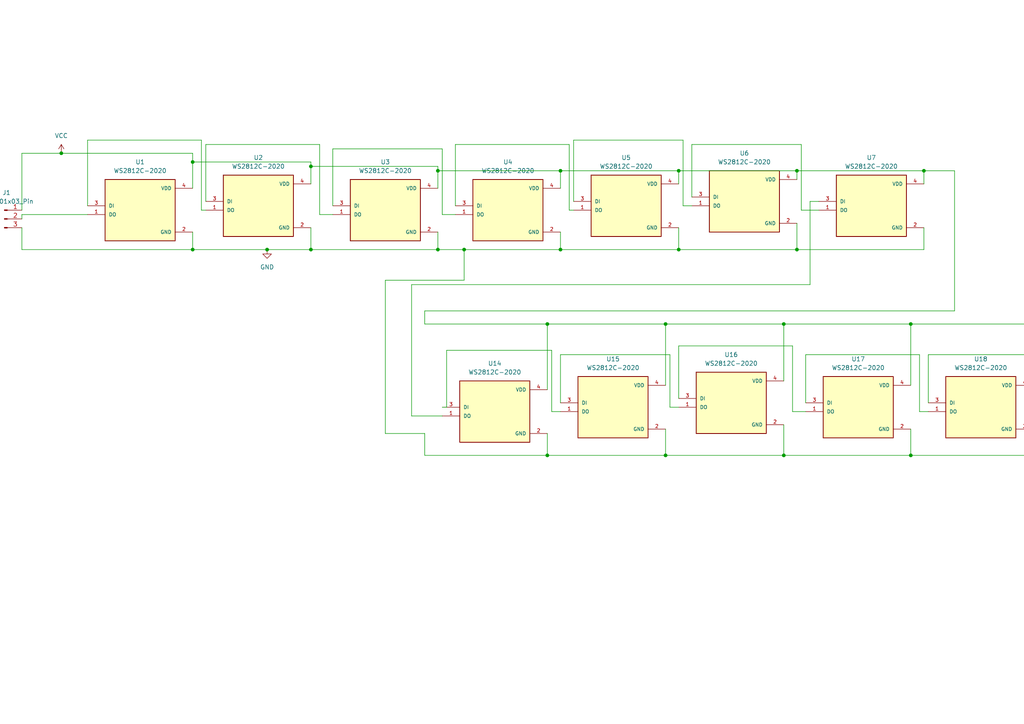
<source format=kicad_sch>
(kicad_sch (version 20250114) (generator "eeschema") (generator_version "9.0")
  (paper "A4")
  (lib_symbols
    (symbol "Connector:Conn_01x03_Pin" (pin_names (offset 1.016) (hide yes))
      (property "Reference" "J" (at 0 5.08 0))
      (property "Value" "Conn_01x03_Pin" (at 0 -5.08 0))
      (symbol "Conn_01x03_Pin_1_1"
        (rectangle (start 0.8636 2.667) (end 0 2.413) (stroke (width 0.1524)) (fill (type outline)))
        (rectangle (start 0.8636 0.127) (end 0 -0.127) (stroke (width 0.1524)) (fill (type outline)))
        (rectangle (start 0.8636 -2.413) (end 0 -2.667) (stroke (width 0.1524)) (fill (type outline)))
        (polyline (pts (xy 1.27 2.54) (xy 0.8636 2.54)) (stroke (width 0.1524)))
        (polyline (pts (xy 1.27 0) (xy 0.8636 0)) (stroke (width 0.1524)))
        (polyline (pts (xy 1.27 -2.54) (xy 0.8636 -2.54)) (stroke (width 0.1524)))
        (pin passive line (at 5.08 2.54 180) (length 3.81) (name "Pin_1") (number "1"))
        (pin passive line (at 5.08 0 180) (length 3.81) (name "Pin_2") (number "2"))
        (pin passive line (at 5.08 -2.54 180) (length 3.81) (name "Pin_3") (number "3"))
      )
    )
    (symbol "power:GND" (power) (pin_numbers (hide yes)) (pin_names (offset 0) (hide yes))
      (property "Value" "GND" (at 0 -3.81 0))
      (symbol "GND_0_1"
        (polyline (pts (xy 0 0) (xy 0 -1.27) (xy 1.27 -1.27) (xy 0 -2.54) (xy -1.27 -1.27) (xy 0 -1.27)))
      )
      (symbol "GND_1_1"
        (pin power_in line (at 0 0 270) (length 0) (name "~") (number "1"))
      )
    )
    (symbol "power:VCC" (power) (pin_numbers (hide yes)) (pin_names (offset 0) (hide yes))
      (property "Value" "VCC" (at 0 3.556 0))
      (symbol "VCC_0_1"
        (polyline (pts (xy -0.762 1.27) (xy 0 2.54)))
        (polyline (pts (xy 0 2.54) (xy 0.762 1.27)))
        (polyline (pts (xy 0 0) (xy 0 2.54)))
      )
      (symbol "VCC_1_1"
        (pin power_in line (at 0 0 90) (length 0) (name "~") (number "1"))
      )
    )
    (symbol "ws2812c:WS2812C-2020" (pin_names (offset 1.016))
      (property "Reference" "U" (at -10.16 8.382 0))
      (property "Value" "WS2812C-2020" (at -10.16 -12.7 0))
      (symbol "WS2812C-2020_0_0"
        (rectangle (start -10.16 -10.16) (end 10.16 7.62) (stroke (width 0.254)) (fill (type background)))
        (pin input line (at -15.24 0 0) (length 5.08) (name "DI") (number "3"))
        (pin output line (at -15.24 -2.54 0) (length 5.08) (name "DO") (number "1"))
        (pin power_in line (at 15.24 5.08 180) (length 5.08) (name "VDD") (number "4"))
        (pin power_in line (at 15.24 -7.62 180) (length 5.08) (name "GND") (number "2"))
      )
    )
  )
  (junction (at 158.75 93.98))
  (junction (at 370.84 110.49))
  (junction (at 158.75 132.08))
  (junction (at 227.33 132.08))
  (junction (at 231.14 49.53))
  (junction (at 127 72.39))
  (junction (at 77.47 72.39))
  (junction (at 196.85 49.53))
  (junction (at 193.04 93.98))
  (junction (at 231.14 72.39))
  (junction (at 55.88 46.99))
  (junction (at 335.28 132.08))
  (junction (at 227.33 93.98))
  (junction (at 264.16 132.08))
  (junction (at 162.56 72.39))
  (junction (at 127 49.53))
  (junction (at 299.72 132.08))
  (junction (at 335.28 93.98))
  (junction (at 193.04 132.08))
  (junction (at 90.17 48.26))
  (junction (at 162.56 49.53))
  (junction (at 55.88 72.39))
  (junction (at 196.85 72.39))
  (junction (at 370.84 132.08))
  (junction (at 370.84 93.98))
  (junction (at 17.78 44.45))
  (junction (at 90.17 72.39))
  (junction (at 267.97 49.53))
  (junction (at 134.62 72.39))
  (junction (at 299.72 93.98))
  (junction (at 264.16 93.98))
  (wire (pts (xy 336.55 100.33) (xy 340.36 100.33)))
  (wire (pts (xy 158.75 93.98) (xy 158.75 113.03)))
  (wire (pts (xy 58.42 60.96) (xy 58.42 40.64)))
  (wire (pts (xy 276.86 49.53) (xy 276.86 90.17)))
  (wire (pts (xy 96.52 43.18) (xy 96.52 59.69)))
  (wire (pts (xy 6.35 44.45) (xy 17.78 44.45)))
  (wire (pts (xy 200.66 41.91) (xy 200.66 57.15)))
  (wire (pts (xy 196.85 72.39) (xy 231.14 72.39)))
  (wire (pts (xy 90.17 48.26) (xy 90.17 53.34)))
  (wire (pts (xy 128.27 62.23) (xy 128.27 43.18)))
  (wire (pts (xy 340.36 100.33) (xy 340.36 99.06)))
  (wire (pts (xy 193.04 132.08) (xy 227.33 132.08)))
  (wire (pts (xy 132.08 62.23) (xy 128.27 62.23)))
  (wire (pts (xy 111.76 125.73) (xy 123.19 125.73)))
  (wire (pts (xy 335.28 123.19) (xy 335.28 132.08)))
  (wire (pts (xy 384.81 93.98) (xy 370.84 93.98)))
  (wire (pts (xy 227.33 132.08) (xy 264.16 132.08)))
  (wire (pts (xy 162.56 67.31) (xy 162.56 72.39)))
  (wire (pts (xy 231.14 72.39) (xy 267.97 72.39)))
  (wire (pts (xy 196.85 49.53) (xy 196.85 53.34)))
  (wire (pts (xy 370.84 123.19) (xy 370.84 132.08)))
  (wire (pts (xy 111.76 81.28) (xy 111.76 125.73)))
  (wire (pts (xy 194.31 102.87) (xy 162.56 102.87)))
  (wire (pts (xy 370.84 110.49) (xy 391.16 110.49)))
  (wire (pts (xy 17.78 44.45) (xy 55.88 44.45)))
  (wire (pts (xy 55.88 46.99) (xy 90.17 46.99)))
  (wire (pts (xy 194.31 118.11) (xy 194.31 102.87)))
  (wire (pts (xy 127 67.31) (xy 127 72.39)))
  (wire (pts (xy 264.16 93.98) (xy 227.33 93.98)))
  (wire (pts (xy 229.87 100.33) (xy 196.85 100.33)))
  (wire (pts (xy 129.54 118.11) (xy 129.54 101.6)))
  (wire (pts (xy 198.12 59.69) (xy 198.12 40.64)))
  (wire (pts (xy 90.17 66.04) (xy 90.17 72.39)))
  (wire (pts (xy 299.72 132.08) (xy 335.28 132.08)))
  (wire (pts (xy 370.84 93.98) (xy 370.84 110.49)))
  (wire (pts (xy 162.56 49.53) (xy 196.85 49.53)))
  (wire (pts (xy 198.12 40.64) (xy 166.37 40.64)))
  (wire (pts (xy 158.75 93.98) (xy 123.19 93.98)))
  (wire (pts (xy 227.33 93.98) (xy 227.33 110.49)))
  (wire (pts (xy 96.52 62.23) (xy 92.71 62.23)))
  (wire (pts (xy 127 48.26) (xy 127 49.53)))
  (wire (pts (xy 128.27 43.18) (xy 96.52 43.18)))
  (wire (pts (xy 193.04 93.98) (xy 193.04 111.76)))
  (wire (pts (xy 129.54 101.6) (xy 160.02 101.6)))
  (wire (pts (xy 304.8 99.06) (xy 304.8 115.57)))
  (wire (pts (xy 162.56 72.39) (xy 196.85 72.39)))
  (wire (pts (xy 231.14 49.53) (xy 267.97 49.53)))
  (wire (pts (xy 304.8 118.11) (xy 300.99 118.11)))
  (wire (pts (xy 90.17 46.99) (xy 90.17 48.26)))
  (wire (pts (xy 59.69 41.91) (xy 59.69 58.42)))
  (wire (pts (xy 119.38 120.65) (xy 119.38 82.55)))
  (wire (pts (xy 337.82 101.6) (xy 381 101.6)))
  (wire (pts (xy 267.97 49.53) (xy 267.97 53.34)))
  (wire (pts (xy 90.17 72.39) (xy 127 72.39)))
  (wire (pts (xy 165.1 60.96) (xy 165.1 41.91)))
  (wire (pts (xy 264.16 93.98) (xy 264.16 111.76)))
  (wire (pts (xy 227.33 123.19) (xy 227.33 132.08)))
  (wire (pts (xy 335.28 93.98) (xy 335.28 110.49)))
  (wire (pts (xy 129.54 118.11) (xy 128.27 118.11)))
  (wire (pts (xy 196.85 100.33) (xy 196.85 115.57)))
  (wire (pts (xy 165.1 41.91) (xy 132.08 41.91)))
  (wire (pts (xy 58.42 40.64) (xy 25.4 40.64)))
  (wire (pts (xy 267.97 66.04) (xy 267.97 72.39)))
  (wire (pts (xy 266.7 119.38) (xy 266.7 102.87)))
  (wire (pts (xy 55.88 46.99) (xy 55.88 54.61)))
  (wire (pts (xy 381 101.6) (xy 381 116.84)))
  (wire (pts (xy 267.97 49.53) (xy 276.86 49.53)))
  (wire (pts (xy 229.87 119.38) (xy 229.87 100.33)))
  (wire (pts (xy 231.14 64.77) (xy 231.14 72.39)))
  (wire (pts (xy 127 49.53) (xy 127 54.61)))
  (wire (pts (xy 269.24 119.38) (xy 266.7 119.38)))
  (wire (pts (xy 123.19 125.73) (xy 123.19 132.08)))
  (wire (pts (xy 196.85 118.11) (xy 194.31 118.11)))
  (wire (pts (xy 266.7 102.87) (xy 233.68 102.87)))
  (wire (pts (xy 123.19 90.17) (xy 123.19 93.98)))
  (wire (pts (xy 193.04 124.46) (xy 193.04 132.08)))
  (wire (pts (xy 166.37 60.96) (xy 165.1 60.96)))
  (wire (pts (xy 193.04 93.98) (xy 158.75 93.98)))
  (wire (pts (xy 6.35 62.23) (xy 25.4 62.23)))
  (wire (pts (xy 127 72.39) (xy 134.62 72.39)))
  (wire (pts (xy 134.62 72.39) (xy 162.56 72.39)))
  (wire (pts (xy 166.37 40.64) (xy 166.37 58.42)))
  (wire (pts (xy 340.36 118.11) (xy 336.55 118.11)))
  (wire (pts (xy 6.35 66.04) (xy 6.35 72.39)))
  (wire (pts (xy 198.12 59.69) (xy 200.66 59.69)))
  (wire (pts (xy 391.16 110.49) (xy 391.16 114.3)))
  (wire (pts (xy 299.72 93.98) (xy 264.16 93.98)))
  (wire (pts (xy 196.85 66.04) (xy 196.85 72.39)))
  (wire (pts (xy 232.41 41.91) (xy 200.66 41.91)))
  (wire (pts (xy 123.19 132.08) (xy 158.75 132.08)))
  (wire (pts (xy 119.38 82.55) (xy 234.95 82.55)))
  (wire (pts (xy 237.49 60.96) (xy 232.41 60.96)))
  (wire (pts (xy 269.24 102.87) (xy 269.24 116.84)))
  (wire (pts (xy 337.82 101.6) (xy 337.82 115.57)))
  (wire (pts (xy 134.62 72.39) (xy 134.62 81.28)))
  (wire (pts (xy 335.28 93.98) (xy 299.72 93.98)))
  (wire (pts (xy 90.17 48.26) (xy 127 48.26)))
  (wire (pts (xy 299.72 124.46) (xy 299.72 132.08)))
  (wire (pts (xy 264.16 132.08) (xy 299.72 132.08)))
  (wire (pts (xy 391.16 119.38) (xy 391.16 132.08)))
  (wire (pts (xy 162.56 119.38) (xy 160.02 119.38)))
  (wire (pts (xy 6.35 72.39) (xy 55.88 72.39)))
  (wire (pts (xy 158.75 125.73) (xy 158.75 132.08)))
  (wire (pts (xy 132.08 41.91) (xy 132.08 59.69)))
  (wire (pts (xy 336.55 118.11) (xy 336.55 100.33)))
  (wire (pts (xy 264.16 124.46) (xy 264.16 132.08)))
  (wire (pts (xy 127 49.53) (xy 162.56 49.53)))
  (wire (pts (xy 128.27 120.65) (xy 119.38 120.65)))
  (wire (pts (xy 25.4 40.64) (xy 25.4 59.69)))
  (wire (pts (xy 162.56 102.87) (xy 162.56 116.84)))
  (wire (pts (xy 337.82 115.57) (xy 340.36 115.57)))
  (wire (pts (xy 55.88 44.45) (xy 55.88 46.99)))
  (wire (pts (xy 77.47 72.39) (xy 90.17 72.39)))
  (wire (pts (xy 55.88 67.31) (xy 55.88 72.39)))
  (wire (pts (xy 300.99 118.11) (xy 300.99 102.87)))
  (wire (pts (xy 162.56 49.53) (xy 162.56 54.61)))
  (wire (pts (xy 227.33 93.98) (xy 193.04 93.98)))
  (wire (pts (xy 335.28 132.08) (xy 370.84 132.08)))
  (wire (pts (xy 6.35 60.96) (xy 6.35 44.45)))
  (wire (pts (xy 6.35 62.23) (xy 6.35 63.5)))
  (wire (pts (xy 370.84 132.08) (xy 391.16 132.08)))
  (wire (pts (xy 300.99 102.87) (xy 269.24 102.87)))
  (wire (pts (xy 233.68 102.87) (xy 233.68 116.84)))
  (wire (pts (xy 158.75 132.08) (xy 193.04 132.08)))
  (wire (pts (xy 134.62 81.28) (xy 111.76 81.28)))
  (wire (pts (xy 55.88 72.39) (xy 77.47 72.39)))
  (wire (pts (xy 232.41 60.96) (xy 232.41 41.91)))
  (wire (pts (xy 92.71 62.23) (xy 92.71 41.91)))
  (wire (pts (xy 340.36 99.06) (xy 304.8 99.06)))
  (wire (pts (xy 92.71 41.91) (xy 59.69 41.91)))
  (wire (pts (xy 196.85 49.53) (xy 231.14 49.53)))
  (wire (pts (xy 234.95 58.42) (xy 237.49 58.42)))
  (wire (pts (xy 59.69 60.96) (xy 58.42 60.96)))
  (wire (pts (xy 370.84 93.98) (xy 335.28 93.98)))
  (wire (pts (xy 231.14 49.53) (xy 231.14 52.07)))
  (wire (pts (xy 160.02 119.38) (xy 160.02 101.6)))
  (wire (pts (xy 381 116.84) (xy 391.16 116.84)))
  (wire (pts (xy 299.72 93.98) (xy 299.72 111.76)))
  (wire (pts (xy 234.95 82.55) (xy 234.95 58.42)))
  (wire (pts (xy 276.86 90.17) (xy 123.19 90.17)))
  (wire (pts (xy 233.68 119.38) (xy 229.87 119.38)))
  (symbol (lib_id "ws2812c:WS2812C-2020") (at 147.32 59.69 0) (unit 1)
    (property "Reference" "U4" (at 147.32 46.99 0))
    (property "Value" "WS2812C-2020" (at 147.32 49.53 0))
    (property "Footprint" "ws2812:LED_WS2812C-2020" (effects (hide yes)))
    (property "MF" "Worldsemi" (effects (hide yes)))
    (property "MAXIMUM_PACKAGE_HEIGHT" "0.84 mm" (effects (hide yes)))
    (property "Package" "Package" (effects (hide yes)))
    (property "Price" "None" (effects (hide yes)))
    (property "Check_prices" "https://www.snapeda.com/parts/WS2812C-2020/Worldsemi/view-part/?ref=eda" (effects (hide yes)))
    (property "STANDARD" "Manufacturer Recommendations" (effects (hide yes)))
    (property "PARTREV" "V1.0" (effects (hide yes)))
    (property "SnapEDA_Link" "https://www.snapeda.com/parts/WS2812C-2020/Worldsemi/view-part/?ref=snap" (effects (hide yes)))
    (property "MP" "WS2812C-2020" (effects (hide yes)))
    (property "Description_1" "Intelligent control LED integrated light source" (effects (hide yes)))
    (property "Availability" "Not in stock" (effects (hide yes)))
    (property "MANUFACTURER" "Worldsemi" (effects (hide yes)))
  )
  (symbol (lib_id "ws2812c:WS2812C-2020") (at 320.04 115.57 0) (unit 1)
    (property "Reference" "U19" (at 320.04 102.87 0))
    (property "Value" "WS2812C-2020" (at 320.04 105.41 0))
    (property "Footprint" "ws2812:LED_WS2812C-2020" (effects (hide yes)))
    (property "MF" "Worldsemi" (effects (hide yes)))
    (property "MAXIMUM_PACKAGE_HEIGHT" "0.84 mm" (effects (hide yes)))
    (property "Package" "Package" (effects (hide yes)))
    (property "Price" "None" (effects (hide yes)))
    (property "Check_prices" "https://www.snapeda.com/parts/WS2812C-2020/Worldsemi/view-part/?ref=eda" (effects (hide yes)))
    (property "STANDARD" "Manufacturer Recommendations" (effects (hide yes)))
    (property "PARTREV" "V1.0" (effects (hide yes)))
    (property "SnapEDA_Link" "https://www.snapeda.com/parts/WS2812C-2020/Worldsemi/view-part/?ref=snap" (effects (hide yes)))
    (property "MP" "WS2812C-2020" (effects (hide yes)))
    (property "Description_1" "Intelligent control LED integrated light source" (effects (hide yes)))
    (property "Availability" "Not in stock" (effects (hide yes)))
    (property "MANUFACTURER" "Worldsemi" (effects (hide yes)))
  )
  (symbol (lib_id "ws2812c:WS2812C-2020") (at 111.76 59.69 0) (unit 1)
    (property "Reference" "U3" (at 111.76 46.99 0))
    (property "Value" "WS2812C-2020" (at 111.76 49.53 0))
    (property "Footprint" "ws2812:LED_WS2812C-2020" (effects (hide yes)))
    (property "MF" "Worldsemi" (effects (hide yes)))
    (property "MAXIMUM_PACKAGE_HEIGHT" "0.84 mm" (effects (hide yes)))
    (property "Package" "Package" (effects (hide yes)))
    (property "Price" "None" (effects (hide yes)))
    (property "Check_prices" "https://www.snapeda.com/parts/WS2812C-2020/Worldsemi/view-part/?ref=eda" (effects (hide yes)))
    (property "STANDARD" "Manufacturer Recommendations" (effects (hide yes)))
    (property "PARTREV" "V1.0" (effects (hide yes)))
    (property "SnapEDA_Link" "https://www.snapeda.com/parts/WS2812C-2020/Worldsemi/view-part/?ref=snap" (effects (hide yes)))
    (property "MP" "WS2812C-2020" (effects (hide yes)))
    (property "Description_1" "Intelligent control LED integrated light source" (effects (hide yes)))
    (property "Availability" "Not in stock" (effects (hide yes)))
    (property "MANUFACTURER" "Worldsemi" (effects (hide yes)))
  )
  (symbol (lib_id "ws2812c:WS2812C-2020") (at 40.64 59.69 0) (unit 1)
    (property "Reference" "U1" (at 40.64 46.99 0))
    (property "Value" "WS2812C-2020" (at 40.64 49.53 0))
    (property "Footprint" "ws2812:LED_WS2812C-2020" (effects (hide yes)))
    (property "MF" "Worldsemi" (effects (hide yes)))
    (property "MAXIMUM_PACKAGE_HEIGHT" "0.84 mm" (effects (hide yes)))
    (property "Package" "Package" (effects (hide yes)))
    (property "Price" "None" (effects (hide yes)))
    (property "Check_prices" "https://www.snapeda.com/parts/WS2812C-2020/Worldsemi/view-part/?ref=eda" (effects (hide yes)))
    (property "STANDARD" "Manufacturer Recommendations" (effects (hide yes)))
    (property "PARTREV" "V1.0" (effects (hide yes)))
    (property "SnapEDA_Link" "https://www.snapeda.com/parts/WS2812C-2020/Worldsemi/view-part/?ref=snap" (effects (hide yes)))
    (property "MP" "WS2812C-2020" (effects (hide yes)))
    (property "Description_1" "Intelligent control LED integrated light source" (effects (hide yes)))
    (property "Availability" "Not in stock" (effects (hide yes)))
    (property "MANUFACTURER" "Worldsemi" (effects (hide yes)))
  )
  (symbol (lib_id "ws2812c:WS2812C-2020") (at 215.9 57.15 0) (unit 1)
    (property "Reference" "U6" (at 215.9 44.45 0))
    (property "Value" "WS2812C-2020" (at 215.9 46.99 0))
    (property "Footprint" "ws2812:LED_WS2812C-2020" (effects (hide yes)))
    (property "MF" "Worldsemi" (effects (hide yes)))
    (property "MAXIMUM_PACKAGE_HEIGHT" "0.84 mm" (effects (hide yes)))
    (property "Package" "Package" (effects (hide yes)))
    (property "Price" "None" (effects (hide yes)))
    (property "Check_prices" "https://www.snapeda.com/parts/WS2812C-2020/Worldsemi/view-part/?ref=eda" (effects (hide yes)))
    (property "STANDARD" "Manufacturer Recommendations" (effects (hide yes)))
    (property "PARTREV" "V1.0" (effects (hide yes)))
    (property "SnapEDA_Link" "https://www.snapeda.com/parts/WS2812C-2020/Worldsemi/view-part/?ref=snap" (effects (hide yes)))
    (property "MP" "WS2812C-2020" (effects (hide yes)))
    (property "Description_1" "Intelligent control LED integrated light source" (effects (hide yes)))
    (property "Availability" "Not in stock" (effects (hide yes)))
    (property "MANUFACTURER" "Worldsemi" (effects (hide yes)))
  )
  (symbol (lib_id "Connector:Conn_01x03_Pin") (at 1.27 63.5 0) (unit 1)
    (property "Reference" "J1" (at 1.905 55.88 0))
    (property "Value" "Conn_01x03_Pin" (at 1.905 58.42 0))
    (property "Footprint" "Connector_PinHeader_2.54mm:PinHeader_1x03_P2.54mm_Vertical" (effects (hide yes)))
    (property "Description" "Generic connector, single row, 01x03, script generated" (effects (hide yes)))
  )
  (symbol (lib_id "ws2812c:WS2812C-2020") (at 284.48 116.84 0) (unit 1)
    (property "Reference" "U18" (at 284.48 104.14 0))
    (property "Value" "WS2812C-2020" (at 284.48 106.68 0))
    (property "Footprint" "ws2812:LED_WS2812C-2020" (effects (hide yes)))
    (property "MF" "Worldsemi" (effects (hide yes)))
    (property "MAXIMUM_PACKAGE_HEIGHT" "0.84 mm" (effects (hide yes)))
    (property "Package" "Package" (effects (hide yes)))
    (property "Price" "None" (effects (hide yes)))
    (property "Check_prices" "https://www.snapeda.com/parts/WS2812C-2020/Worldsemi/view-part/?ref=eda" (effects (hide yes)))
    (property "STANDARD" "Manufacturer Recommendations" (effects (hide yes)))
    (property "PARTREV" "V1.0" (effects (hide yes)))
    (property "SnapEDA_Link" "https://www.snapeda.com/parts/WS2812C-2020/Worldsemi/view-part/?ref=snap" (effects (hide yes)))
    (property "MP" "WS2812C-2020" (effects (hide yes)))
    (property "Description_1" "Intelligent control LED integrated light source" (effects (hide yes)))
    (property "Availability" "Not in stock" (effects (hide yes)))
    (property "MANUFACTURER" "Worldsemi" (effects (hide yes)))
  )
  (symbol (lib_id "ws2812c:WS2812C-2020") (at 177.8 116.84 0) (unit 1)
    (property "Reference" "U15" (at 177.8 104.14 0))
    (property "Value" "WS2812C-2020" (at 177.8 106.68 0))
    (property "Footprint" "ws2812:LED_WS2812C-2020" (effects (hide yes)))
    (property "MF" "Worldsemi" (effects (hide yes)))
    (property "MAXIMUM_PACKAGE_HEIGHT" "0.84 mm" (effects (hide yes)))
    (property "Package" "Package" (effects (hide yes)))
    (property "Price" "None" (effects (hide yes)))
    (property "Check_prices" "https://www.snapeda.com/parts/WS2812C-2020/Worldsemi/view-part/?ref=eda" (effects (hide yes)))
    (property "STANDARD" "Manufacturer Recommendations" (effects (hide yes)))
    (property "PARTREV" "V1.0" (effects (hide yes)))
    (property "SnapEDA_Link" "https://www.snapeda.com/parts/WS2812C-2020/Worldsemi/view-part/?ref=snap" (effects (hide yes)))
    (property "MP" "WS2812C-2020" (effects (hide yes)))
    (property "Description_1" "Intelligent control LED integrated light source" (effects (hide yes)))
    (property "Availability" "Not in stock" (effects (hide yes)))
    (property "MANUFACTURER" "Worldsemi" (effects (hide yes)))
  )
  (symbol (lib_id "ws2812c:WS2812C-2020") (at 248.92 116.84 0) (unit 1)
    (property "Reference" "U17" (at 248.92 104.14 0))
    (property "Value" "WS2812C-2020" (at 248.92 106.68 0))
    (property "Footprint" "ws2812:LED_WS2812C-2020" (effects (hide yes)))
    (property "MF" "Worldsemi" (effects (hide yes)))
    (property "MAXIMUM_PACKAGE_HEIGHT" "0.84 mm" (effects (hide yes)))
    (property "Package" "Package" (effects (hide yes)))
    (property "Price" "None" (effects (hide yes)))
    (property "Check_prices" "https://www.snapeda.com/parts/WS2812C-2020/Worldsemi/view-part/?ref=eda" (effects (hide yes)))
    (property "STANDARD" "Manufacturer Recommendations" (effects (hide yes)))
    (property "PARTREV" "V1.0" (effects (hide yes)))
    (property "SnapEDA_Link" "https://www.snapeda.com/parts/WS2812C-2020/Worldsemi/view-part/?ref=snap" (effects (hide yes)))
    (property "MP" "WS2812C-2020" (effects (hide yes)))
    (property "Description_1" "Intelligent control LED integrated light source" (effects (hide yes)))
    (property "Availability" "Not in stock" (effects (hide yes)))
    (property "MANUFACTURER" "Worldsemi" (effects (hide yes)))
  )
  (symbol (lib_id "ws2812c:WS2812C-2020") (at 355.6 115.57 0) (unit 1)
    (property "Reference" "U20" (at 355.6 102.87 0))
    (property "Value" "WS2812C-2020" (at 355.6 105.41 0))
    (property "Footprint" "ws2812:LED_WS2812C-2020" (effects (hide yes)))
    (property "MF" "Worldsemi" (effects (hide yes)))
    (property "MAXIMUM_PACKAGE_HEIGHT" "0.84 mm" (effects (hide yes)))
    (property "Package" "Package" (effects (hide yes)))
    (property "Price" "None" (effects (hide yes)))
    (property "Check_prices" "https://www.snapeda.com/parts/WS2812C-2020/Worldsemi/view-part/?ref=eda" (effects (hide yes)))
    (property "STANDARD" "Manufacturer Recommendations" (effects (hide yes)))
    (property "PARTREV" "V1.0" (effects (hide yes)))
    (property "SnapEDA_Link" "https://www.snapeda.com/parts/WS2812C-2020/Worldsemi/view-part/?ref=snap" (effects (hide yes)))
    (property "MP" "WS2812C-2020" (effects (hide yes)))
    (property "Description_1" "Intelligent control LED integrated light source" (effects (hide yes)))
    (property "Availability" "Not in stock" (effects (hide yes)))
    (property "MANUFACTURER" "Worldsemi" (effects (hide yes)))
  )
  (symbol (lib_id "Connector:Conn_01x03_Pin") (at 386.08 116.84 0) (unit 1)
    (property "Reference" "J3" (at 386.715 109.22 0))
    (property "Value" "Conn_01x03_Pin" (at 386.715 111.76 0))
    (property "Footprint" "Connector_PinHeader_2.54mm:PinHeader_1x03_P2.54mm_Vertical" (effects (hide yes)))
    (property "Description" "Generic connector, single row, 01x03, script generated" (effects (hide yes)))
  )
  (symbol (lib_id "ws2812c:WS2812C-2020") (at 74.93 58.42 0) (unit 1)
    (property "Reference" "U2" (at 74.93 45.72 0))
    (property "Value" "WS2812C-2020" (at 74.93 48.26 0))
    (property "Footprint" "ws2812:LED_WS2812C-2020" (effects (hide yes)))
    (property "MF" "Worldsemi" (effects (hide yes)))
    (property "MAXIMUM_PACKAGE_HEIGHT" "0.84 mm" (effects (hide yes)))
    (property "Package" "Package" (effects (hide yes)))
    (property "Price" "None" (effects (hide yes)))
    (property "Check_prices" "https://www.snapeda.com/parts/WS2812C-2020/Worldsemi/view-part/?ref=eda" (effects (hide yes)))
    (property "STANDARD" "Manufacturer Recommendations" (effects (hide yes)))
    (property "PARTREV" "V1.0" (effects (hide yes)))
    (property "SnapEDA_Link" "https://www.snapeda.com/parts/WS2812C-2020/Worldsemi/view-part/?ref=snap" (effects (hide yes)))
    (property "MP" "WS2812C-2020" (effects (hide yes)))
    (property "Description_1" "Intelligent control LED integrated light source" (effects (hide yes)))
    (property "Availability" "Not in stock" (effects (hide yes)))
    (property "MANUFACTURER" "Worldsemi" (effects (hide yes)))
  )
  (symbol (lib_id "power:VCC") (at 17.78 44.45 0) (unit 1)
    (property "Reference" "#PWR02" (effects (hide yes)))
    (property "Value" "VCC" (at 17.78 39.37 0))
    (property "Description" "Power symbol creates a global label with name \"VCC\"" (effects (hide yes)))
  )
  (symbol (lib_id "ws2812c:WS2812C-2020") (at 181.61 58.42 0) (unit 1)
    (property "Reference" "U5" (at 181.61 45.72 0))
    (property "Value" "WS2812C-2020" (at 181.61 48.26 0))
    (property "Footprint" "ws2812:LED_WS2812C-2020" (effects (hide yes)))
    (property "MF" "Worldsemi" (effects (hide yes)))
    (property "MAXIMUM_PACKAGE_HEIGHT" "0.84 mm" (effects (hide yes)))
    (property "Package" "Package" (effects (hide yes)))
    (property "Price" "None" (effects (hide yes)))
    (property "Check_prices" "https://www.snapeda.com/parts/WS2812C-2020/Worldsemi/view-part/?ref=eda" (effects (hide yes)))
    (property "STANDARD" "Manufacturer Recommendations" (effects (hide yes)))
    (property "PARTREV" "V1.0" (effects (hide yes)))
    (property "SnapEDA_Link" "https://www.snapeda.com/parts/WS2812C-2020/Worldsemi/view-part/?ref=snap" (effects (hide yes)))
    (property "MP" "WS2812C-2020" (effects (hide yes)))
    (property "Description_1" "Intelligent control LED integrated light source" (effects (hide yes)))
    (property "Availability" "Not in stock" (effects (hide yes)))
    (property "MANUFACTURER" "Worldsemi" (effects (hide yes)))
  )
  (symbol (lib_id "ws2812c:WS2812C-2020") (at 212.09 115.57 0) (unit 1)
    (property "Reference" "U16" (at 212.09 102.87 0))
    (property "Value" "WS2812C-2020" (at 212.09 105.41 0))
    (property "Footprint" "ws2812:LED_WS2812C-2020" (effects (hide yes)))
    (property "MF" "Worldsemi" (effects (hide yes)))
    (property "MAXIMUM_PACKAGE_HEIGHT" "0.84 mm" (effects (hide yes)))
    (property "Package" "Package" (effects (hide yes)))
    (property "Price" "None" (effects (hide yes)))
    (property "Check_prices" "https://www.snapeda.com/parts/WS2812C-2020/Worldsemi/view-part/?ref=eda" (effects (hide yes)))
    (property "STANDARD" "Manufacturer Recommendations" (effects (hide yes)))
    (property "PARTREV" "V1.0" (effects (hide yes)))
    (property "SnapEDA_Link" "https://www.snapeda.com/parts/WS2812C-2020/Worldsemi/view-part/?ref=snap" (effects (hide yes)))
    (property "MP" "WS2812C-2020" (effects (hide yes)))
    (property "Description_1" "Intelligent control LED integrated light source" (effects (hide yes)))
    (property "Availability" "Not in stock" (effects (hide yes)))
    (property "MANUFACTURER" "Worldsemi" (effects (hide yes)))
  )
  (symbol (lib_id "ws2812c:WS2812C-2020") (at 252.73 58.42 0) (unit 1)
    (property "Reference" "U7" (at 252.73 45.72 0))
    (property "Value" "WS2812C-2020" (at 252.73 48.26 0))
    (property "Footprint" "ws2812:LED_WS2812C-2020" (effects (hide yes)))
    (property "MF" "Worldsemi" (effects (hide yes)))
    (property "MAXIMUM_PACKAGE_HEIGHT" "0.84 mm" (effects (hide yes)))
    (property "Package" "Package" (effects (hide yes)))
    (property "Price" "None" (effects (hide yes)))
    (property "Check_prices" "https://www.snapeda.com/parts/WS2812C-2020/Worldsemi/view-part/?ref=eda" (effects (hide yes)))
    (property "STANDARD" "Manufacturer Recommendations" (effects (hide yes)))
    (property "PARTREV" "V1.0" (effects (hide yes)))
    (property "SnapEDA_Link" "https://www.snapeda.com/parts/WS2812C-2020/Worldsemi/view-part/?ref=snap" (effects (hide yes)))
    (property "MP" "WS2812C-2020" (effects (hide yes)))
    (property "Description_1" "Intelligent control LED integrated light source" (effects (hide yes)))
    (property "Availability" "Not in stock" (effects (hide yes)))
    (property "MANUFACTURER" "Worldsemi" (effects (hide yes)))
  )
  (symbol (lib_id "power:GND") (at 77.47 72.39 0) (unit 1)
    (property "Reference" "#PWR01" (effects (hide yes)))
    (property "Value" "GND" (at 77.47 77.47 0))
    (property "Description" "Power symbol creates a global label with name \"GND\" , ground" (effects (hide yes)))
  )
  (symbol (lib_id "ws2812c:WS2812C-2020") (at 143.51 118.11 0) (unit 1)
    (property "Reference" "U14" (at 143.51 105.41 0))
    (property "Value" "WS2812C-2020" (at 143.51 107.95 0))
    (property "Footprint" "ws2812:LED_WS2812C-2020" (effects (hide yes)))
    (property "MF" "Worldsemi" (effects (hide yes)))
    (property "MAXIMUM_PACKAGE_HEIGHT" "0.84 mm" (effects (hide yes)))
    (property "Package" "Package" (effects (hide yes)))
    (property "Price" "None" (effects (hide yes)))
    (property "Check_prices" "https://www.snapeda.com/parts/WS2812C-2020/Worldsemi/view-part/?ref=eda" (effects (hide yes)))
    (property "STANDARD" "Manufacturer Recommendations" (effects (hide yes)))
    (property "PARTREV" "V1.0" (effects (hide yes)))
    (property "SnapEDA_Link" "https://www.snapeda.com/parts/WS2812C-2020/Worldsemi/view-part/?ref=snap" (effects (hide yes)))
    (property "MP" "WS2812C-2020" (effects (hide yes)))
    (property "Description_1" "Intelligent control LED integrated light source" (effects (hide yes)))
    (property "Availability" "Not in stock" (effects (hide yes)))
    (property "MANUFACTURER" "Worldsemi" (effects (hide yes)))
  )
)
</source>
